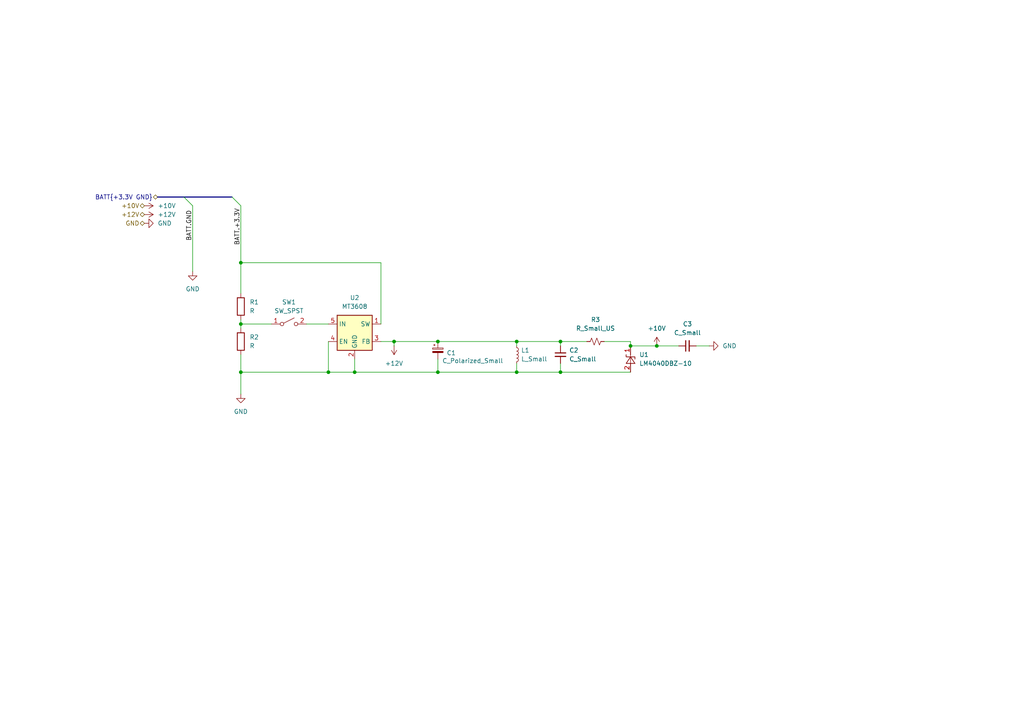
<source format=kicad_sch>
(kicad_sch (version 20250114) (generator "eeschema") (generator_version "9.0")
  (paper "A4")
  (lib_symbols
    (symbol "Device:C_Polarized_Small" (pin_numbers (hide yes)) (pin_names (offset 0.254) (hide yes))
      (property "Reference" "C" (at 0.254 1.778 0))
      (property "Value" "C_Polarized_Small" (at 0.254 -2.032 0))
      (symbol "C_Polarized_Small_0_1"
        (rectangle (start -1.524 0.6858) (end 1.524 0.3048))
        (rectangle (start -1.524 -0.3048) (end 1.524 -0.6858) (fill (type outline)))
        (polyline (pts (xy -1.27 1.524) (xy -0.762 1.524)))
        (polyline (pts (xy -1.016 1.27) (xy -1.016 1.778)))
      )
      (symbol "C_Polarized_Small_1_1"
        (pin passive line (at 0 2.54 270) (length 1.8542) (name "~") (number "1"))
        (pin passive line (at 0 -2.54 90) (length 1.8542) (name "~") (number "2"))
      )
    )
    (symbol "Device:C_Small" (pin_numbers (hide yes)) (pin_names (offset 0.254) (hide yes))
      (property "Reference" "C" (at 0.254 1.778 0))
      (property "Value" "C_Small" (at 0.254 -2.032 0))
      (symbol "C_Small_0_1"
        (polyline (pts (xy -1.524 0.508) (xy 1.524 0.508)) (stroke (width 0.3048)))
        (polyline (pts (xy -1.524 -0.508) (xy 1.524 -0.508)) (stroke (width 0.3302)))
      )
      (symbol "C_Small_1_1"
        (pin passive line (at 0 2.54 270) (length 2.032) (name "~") (number "1"))
        (pin passive line (at 0 -2.54 90) (length 2.032) (name "~") (number "2"))
      )
    )
    (symbol "Device:L_Small" (pin_numbers (hide yes)) (pin_names (offset 0.254) (hide yes))
      (property "Reference" "L" (at 0.762 1.016 0))
      (property "Value" "L_Small" (at 0.762 -1.016 0))
      (symbol "L_Small_0_1"
        (arc (start 0 2.032) (mid 0.5058 1.524) (end 0 1.016))
        (arc (start 0 1.016) (mid 0.5058 0.508) (end 0 0))
        (arc (start 0 0) (mid 0.5058 -0.508) (end 0 -1.016))
        (arc (start 0 -1.016) (mid 0.5058 -1.524) (end 0 -2.032))
      )
      (symbol "L_Small_1_1"
        (pin passive line (at 0 2.54 270) (length 0.508) (name "~") (number "1"))
        (pin passive line (at 0 -2.54 90) (length 0.508) (name "~") (number "2"))
      )
    )
    (symbol "Device:R" (pin_numbers (hide yes)) (pin_names (offset 0))
      (property "Reference" "R" (at 2.032 0 90))
      (property "Value" "R" (at 0 0 90))
      (symbol "R_0_1"
        (rectangle (start -1.016 -2.54) (end 1.016 2.54) (stroke (width 0.254)))
      )
      (symbol "R_1_1"
        (pin passive line (at 0 3.81 270) (length 1.27) (name "~") (number "1"))
        (pin passive line (at 0 -3.81 90) (length 1.27) (name "~") (number "2"))
      )
    )
    (symbol "Device:R_Small_US" (pin_numbers (hide yes)) (pin_names (offset 0.254) (hide yes))
      (property "Reference" "R" (at 0.762 0.508 0))
      (property "Value" "R_Small_US" (at 0.762 -1.016 0))
      (symbol "R_Small_US_1_1"
        (polyline (pts (xy 0 1.524) (xy 1.016 1.143) (xy 0 0.762) (xy -1.016 0.381) (xy 0 0)))
        (polyline (pts (xy 0 0) (xy 1.016 -0.381) (xy 0 -0.762) (xy -1.016 -1.143) (xy 0 -1.524)))
        (pin passive line (at 0 2.54 270) (length 1.016) (name "~") (number "1"))
        (pin passive line (at 0 -2.54 90) (length 1.016) (name "~") (number "2"))
      )
    )
    (symbol "Reference_Voltage:LM4040DBZ-10" (pin_names (offset 0.0254) (hide yes))
      (property "Reference" "U" (at 0 2.54 0))
      (property "Value" "LM4040DBZ-10" (at 0 -3.175 0))
      (symbol "LM4040DBZ-10_0_1"
        (polyline (pts (xy -1.27 0) (xy 0 0) (xy 1.27 0)))
        (polyline (pts (xy -1.27 -1.27) (xy 0.635 0) (xy -1.27 1.27) (xy -1.27 -1.27)) (stroke (width 0.2032)))
        (polyline (pts (xy 0 -1.27) (xy 0.635 -1.27) (xy 0.635 1.27) (xy 1.27 1.27)) (stroke (width 0.2032)))
      )
      (symbol "LM4040DBZ-10_1_1"
        (pin passive line (at -3.81 0 0) (length 2.54) (name "A") (number "2"))
        (pin no_connect line (at -1.27 0 0) (length 2.54) (hide yes) (name "NC") (number "3"))
        (pin passive line (at 3.81 0 180) (length 2.54) (name "K") (number "1"))
      )
    )
    (symbol "Regulator_Switching:MT3608"
      (property "Reference" "U" (at -2.54 8.89 0))
      (property "Value" "MT3608" (at -3.81 6.35 0))
      (symbol "MT3608_0_1"
        (rectangle (start -5.08 5.08) (end 5.08 -5.08) (stroke (width 0.254)) (fill (type background)))
      )
      (symbol "MT3608_1_1"
        (pin power_in line (at -7.62 2.54 0) (length 2.54) (name "IN") (number "5"))
        (pin input line (at -7.62 -2.54 0) (length 2.54) (name "EN") (number "4"))
        (pin power_in line (at 0 -7.62 90) (length 2.54) (name "GND") (number "2"))
        (pin no_connect line (at 5.08 0 180) (length 2.54) (hide yes) (name "NC") (number "6"))
        (pin passive line (at 7.62 2.54 180) (length 2.54) (name "SW") (number "1"))
        (pin input line (at 7.62 -2.54 180) (length 2.54) (name "FB") (number "3"))
      )
    )
    (symbol "Switch:SW_SPST" (pin_names (offset 0) (hide yes))
      (property "Reference" "SW" (at 0 3.175 0))
      (property "Value" "SW_SPST" (at 0 -2.54 0))
      (symbol "SW_SPST_0_0"
        (circle (center -2.032 0) (radius 0.508))
        (polyline (pts (xy -1.524 0.254) (xy 1.524 1.778)))
        (circle (center 2.032 0) (radius 0.508))
      )
      (symbol "SW_SPST_1_1"
        (pin passive line (at -5.08 0 0) (length 2.54) (name "A") (number "1"))
        (pin passive line (at 5.08 0 180) (length 2.54) (name "B") (number "2"))
      )
    )
    (symbol "power:+10V" (power) (pin_numbers (hide yes)) (pin_names (offset 0) (hide yes))
      (property "Value" "+10V" (at 0 3.556 0))
      (symbol "+10V_0_1"
        (polyline (pts (xy -0.762 1.27) (xy 0 2.54)))
        (polyline (pts (xy 0 2.54) (xy 0.762 1.27)))
        (polyline (pts (xy 0 0) (xy 0 2.54)))
      )
      (symbol "+10V_1_1"
        (pin power_in line (at 0 0 90) (length 0) (name "~") (number "1"))
      )
    )
    (symbol "power:+12V" (power) (pin_numbers (hide yes)) (pin_names (offset 0) (hide yes))
      (property "Value" "+12V" (at 0 3.556 0))
      (symbol "+12V_0_1"
        (polyline (pts (xy -0.762 1.27) (xy 0 2.54)))
        (polyline (pts (xy 0 2.54) (xy 0.762 1.27)))
        (polyline (pts (xy 0 0) (xy 0 2.54)))
      )
      (symbol "+12V_1_1"
        (pin power_in line (at 0 0 90) (length 0) (name "~") (number "1"))
      )
    )
    (symbol "power:GND" (power) (pin_numbers (hide yes)) (pin_names (offset 0) (hide yes))
      (property "Value" "GND" (at 0 -3.81 0))
      (symbol "GND_0_1"
        (polyline (pts (xy 0 0) (xy 0 -1.27) (xy 1.27 -1.27) (xy 0 -2.54) (xy -1.27 -1.27) (xy 0 -1.27)))
      )
      (symbol "GND_1_1"
        (pin power_in line (at 0 0 270) (length 0) (name "~") (number "1"))
      )
    )
  )
  (junction (at 162.56 107.95))
  (junction (at 69.85 107.95))
  (junction (at 190.5 100.33))
  (junction (at 127 107.95))
  (junction (at 182.88 100.33))
  (junction (at 162.56 99.06))
  (junction (at 149.86 107.95))
  (junction (at 102.87 107.95))
  (junction (at 114.3 99.06))
  (junction (at 127 99.06))
  (junction (at 149.86 99.06))
  (junction (at 95.25 107.95))
  (junction (at 69.85 93.98))
  (junction (at 69.85 76.2))
  (bus_entry (at 67.31 57.15) (size 2.54 2.54))
  (bus_entry (at 53.34 57.15) (size 2.54 2.54))
  (wire (pts (xy 69.85 92.71) (xy 69.85 93.98)))
  (wire (pts (xy 149.86 105.41) (xy 149.86 107.95)))
  (wire (pts (xy 162.56 99.06) (xy 170.18 99.06)))
  (wire (pts (xy 190.5 100.33) (xy 196.85 100.33)))
  (wire (pts (xy 69.85 102.87) (xy 69.85 107.95)))
  (wire (pts (xy 149.86 99.06) (xy 162.56 99.06)))
  (wire (pts (xy 95.25 107.95) (xy 69.85 107.95)))
  (wire (pts (xy 110.49 93.98) (xy 110.49 76.2)))
  (wire (pts (xy 88.9 93.98) (xy 95.25 93.98)))
  (wire (pts (xy 127 99.06) (xy 149.86 99.06)))
  (wire (pts (xy 162.56 107.95) (xy 182.88 107.95)))
  (wire (pts (xy 127 104.14) (xy 127 107.95)))
  (wire (pts (xy 102.87 104.14) (xy 102.87 107.95)))
  (wire (pts (xy 95.25 99.06) (xy 95.25 107.95)))
  (wire (pts (xy 201.93 100.33) (xy 205.74 100.33)))
  (wire (pts (xy 149.86 107.95) (xy 162.56 107.95)))
  (wire (pts (xy 127 107.95) (xy 149.86 107.95)))
  (wire (pts (xy 102.87 107.95) (xy 95.25 107.95)))
  (wire (pts (xy 175.26 99.06) (xy 182.88 99.06)))
  (wire (pts (xy 55.88 59.69) (xy 55.88 78.74)))
  (wire (pts (xy 69.85 76.2) (xy 69.85 85.09)))
  (wire (pts (xy 182.88 100.33) (xy 190.5 100.33)))
  (wire (pts (xy 110.49 76.2) (xy 69.85 76.2)))
  (bus (pts (xy 45.72 57.15) (xy 53.34 57.15)))
  (bus (pts (xy 53.34 57.15) (xy 67.31 57.15)))
  (wire (pts (xy 69.85 93.98) (xy 78.74 93.98)))
  (wire (pts (xy 69.85 59.69) (xy 69.85 76.2)))
  (wire (pts (xy 182.88 99.06) (xy 182.88 100.33)))
  (wire (pts (xy 114.3 99.06) (xy 127 99.06)))
  (wire (pts (xy 162.56 105.41) (xy 162.56 107.95)))
  (wire (pts (xy 162.56 99.06) (xy 162.56 100.33)))
  (wire (pts (xy 149.86 99.06) (xy 149.86 100.33)))
  (wire (pts (xy 69.85 93.98) (xy 69.85 95.25)))
  (wire (pts (xy 127 107.95) (xy 102.87 107.95)))
  (wire (pts (xy 110.49 99.06) (xy 114.3 99.06)))
  (wire (pts (xy 69.85 107.95) (xy 69.85 114.3)))
  (wire (pts (xy 114.3 99.06) (xy 114.3 100.33)))
  (label "BATT.+3.3V" (at 69.85 71.12 90))
  (label "BATT.GND" (at 55.88 69.85 90))
  (hierarchical_label "GND" (shape bidirectional) (at 41.91 64.77 180))
  (hierarchical_label "BATT{+3.3V GND}" (shape bidirectional) (at 45.72 57.15 180))
  (hierarchical_label "+12V" (shape bidirectional) (at 41.91 62.23 180))
  (hierarchical_label "+10V" (shape bidirectional) (at 41.91 59.69 180))
  (symbol (lib_id "power:GND") (at 205.74 100.33 90) (unit 1)
    (property "Reference" "#PWR06" (effects (hide yes)))
    (property "Value" "GND" (at 209.55 100.3299 90) (effects (justify right)))
    (property "Description" "Power symbol creates a global label with name \"GND\" , ground" (effects (hide yes)))
  )
  (symbol (lib_id "Device:C_Polarized_Small") (at 127 101.6 0) (unit 1)
    (property "Reference" "C1" (at 129.54 102.362 0) (effects (justify left)))
    (property "Value" "C_Polarized_Small" (at 128.27 104.648 0) (effects (justify left)))
    (property "Footprint" "Capacitor_SMD:CP_Elec_3x5.3" (effects (hide yes)))
    (property "Description" "Polarized capacitor, small symbol" (effects (hide yes)))
  )
  (symbol (lib_id "Regulator_Switching:MT3608") (at 102.87 96.52 0) (unit 1)
    (property "Reference" "U2" (at 102.87 86.36 0))
    (property "Value" "MT3608" (at 102.87 88.9 0))
    (property "Footprint" "Package_TO_SOT_SMD:SOT-23-6" (effects (hide yes)))
    (property "Datasheet" "https://www.olimex.com/Products/Breadboarding/BB-PWR-3608/resources/MT3608.pdf" (effects (hide yes)))
    (property "Description" "High Efficiency 1.2MHz 2A Step Up Converter, 2-24V Vin, 28V Vout, 4A current limit, 1.2MHz, SOT23-6" (effects (hide yes)))
  )
  (symbol (lib_id "Device:R_Small_US") (at 172.72 99.06 90) (unit 1)
    (property "Reference" "R3" (at 172.72 92.71 90))
    (property "Value" "R_Small_US" (at 172.72 95.25 90))
    (property "Footprint" "Resistor_SMD:R_0805_2012Metric_Pad1.20x1.40mm_HandSolder" (effects (hide yes)))
    (property "Description" "Resistor, small US symbol" (effects (hide yes)))
  )
  (symbol (lib_id "power:+12V") (at 114.3 100.33 180) (unit 1)
    (property "Reference" "#PWR03" (effects (hide yes)))
    (property "Value" "+12V" (at 114.3 105.41 0))
    (property "Description" "Power symbol creates a global label with name \"+12V\"" (effects (hide yes)))
  )
  (symbol (lib_id "Switch:SW_SPST") (at 83.82 93.98 0) (unit 1)
    (property "Reference" "SW1" (at 83.82 87.63 0))
    (property "Value" "SW_SPST" (at 83.82 90.17 0))
    (property "Footprint" "Button_Switch_THT:SW_Slide-03_Wuerth-WS-SLTV_10x2.5x6.4_P2.54mm" (effects (hide yes)))
    (property "Description" "Single Pole Single Throw (SPST) switch" (effects (hide yes)))
  )
  (symbol (lib_id "power:+10V") (at 190.5 100.33 0) (unit 1)
    (property "Reference" "#PWR05" (effects (hide yes)))
    (property "Value" "+10V" (at 190.5 95.25 0))
    (property "Description" "Power symbol creates a global label with name \"+10V\"" (effects (hide yes)))
  )
  (symbol (lib_id "Device:R") (at 69.85 99.06 0) (unit 1)
    (property "Reference" "R2" (at 72.39 97.7899 0) (effects (justify left)))
    (property "Value" "R" (at 72.39 100.3299 0) (effects (justify left)))
    (property "Footprint" "Resistor_SMD:R_0805_2012Metric_Pad1.20x1.40mm_HandSolder" (effects (hide yes)))
    (property "Description" "Resistor" (effects (hide yes)))
  )
  (symbol (lib_id "power:GND") (at 41.91 64.77 90) (unit 1)
    (property "Reference" "#PWR08" (effects (hide yes)))
    (property "Value" "GND" (at 45.72 64.7699 90) (effects (justify right)))
    (property "Description" "Power symbol creates a global label with name \"GND\" , ground" (effects (hide yes)))
  )
  (symbol (lib_id "Device:L_Small") (at 149.86 102.87 0) (unit 1)
    (property "Reference" "L1" (at 151.13 101.5999 0) (effects (justify left)))
    (property "Value" "L_Small" (at 151.13 104.1399 0) (effects (justify left)))
    (property "Footprint" "Inductor_SMD:L_0805_2012Metric_Pad1.05x1.20mm_HandSolder" (effects (hide yes)))
    (property "Description" "Inductor, small symbol" (effects (hide yes)))
  )
  (symbol (lib_id "power:GND") (at 55.88 78.74 0) (unit 1)
    (property "Reference" "#PWR01" (effects (hide yes)))
    (property "Value" "GND" (at 55.88 83.82 0))
    (property "Description" "Power symbol creates a global label with name \"GND\" , ground" (effects (hide yes)))
  )
  (symbol (lib_id "power:+10V") (at 41.91 59.69 270) (unit 1)
    (property "Reference" "#PWR07" (effects (hide yes)))
    (property "Value" "+10V" (at 45.72 59.6899 90) (effects (justify left)))
    (property "Description" "Power symbol creates a global label with name \"+10V\"" (effects (hide yes)))
  )
  (symbol (lib_id "Reference_Voltage:LM4040DBZ-10") (at 182.88 104.14 90) (unit 1)
    (property "Reference" "U1" (at 185.42 102.8699 90) (effects (justify right)))
    (property "Value" "LM4040DBZ-10" (at 185.42 105.4099 90) (effects (justify right)))
    (property "Footprint" "Package_TO_SOT_SMD:SOT-23" (effects (hide yes)))
    (property "Datasheet" "http://www.ti.com/lit/ds/symlink/lm4040-n.pdf" (effects (hide yes)))
    (property "Description" "10.00V Precision Micropower Shunt Voltage Reference, SOT-23" (effects (hide yes)))
  )
  (symbol (lib_id "Device:C_Small") (at 199.39 100.33 90) (unit 1)
    (property "Reference" "C3" (at 199.3963 93.98 90))
    (property "Value" "C_Small" (at 199.3963 96.52 90))
    (property "Footprint" "Capacitor_SMD:C_0805_2012Metric_Pad1.18x1.45mm_HandSolder" (effects (hide yes)))
    (property "Description" "Unpolarized capacitor, small symbol" (effects (hide yes)))
  )
  (symbol (lib_id "Device:R") (at 69.85 88.9 0) (unit 1)
    (property "Reference" "R1" (at 72.39 87.6299 0) (effects (justify left)))
    (property "Value" "R" (at 72.39 90.1699 0) (effects (justify left)))
    (property "Footprint" "Resistor_SMD:R_0805_2012Metric_Pad1.20x1.40mm_HandSolder" (effects (hide yes)))
    (property "Description" "Resistor" (effects (hide yes)))
  )
  (symbol (lib_id "Device:C_Small") (at 162.56 102.87 0) (unit 1)
    (property "Reference" "C2" (at 165.1 101.6062 0) (effects (justify left)))
    (property "Value" "C_Small" (at 165.1 104.1462 0) (effects (justify left)))
    (property "Footprint" "Capacitor_SMD:C_0805_2012Metric_Pad1.18x1.45mm_HandSolder" (effects (hide yes)))
    (property "Description" "Unpolarized capacitor, small symbol" (effects (hide yes)))
  )
  (symbol (lib_id "power:+12V") (at 41.91 62.23 270) (unit 1)
    (property "Reference" "#PWR04" (effects (hide yes)))
    (property "Value" "+12V" (at 45.72 62.2299 90) (effects (justify left)))
    (property "Description" "Power symbol creates a global label with name \"+12V\"" (effects (hide yes)))
  )
  (symbol (lib_id "power:GND") (at 69.85 114.3 0) (unit 1)
    (property "Reference" "#PWR02" (effects (hide yes)))
    (property "Value" "GND" (at 69.85 119.38 0))
    (property "Description" "Power symbol creates a global label with name \"GND\" , ground" (effects (hide yes)))
  )
)
</source>
